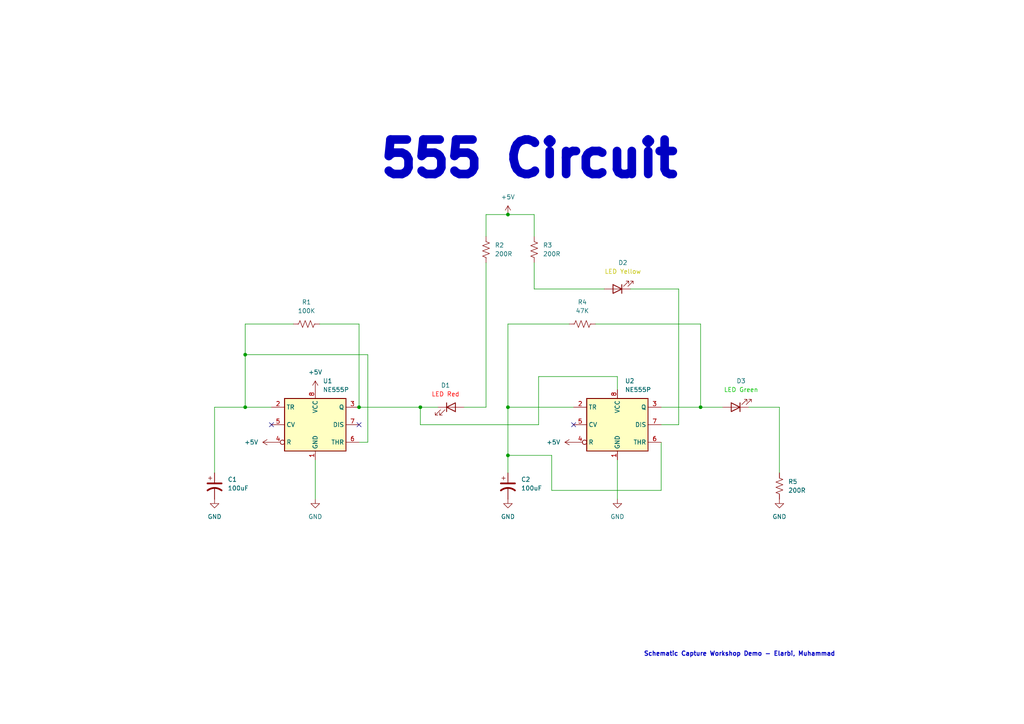
<source format=kicad_sch>
(kicad_sch (version 20230121) (generator eeschema)
  (paper "A4")
  (lib_symbols
    (symbol "Device:C_Polarized_US" (pin_numbers hide) (pin_names (offset 0.254) hide)
      (property "Reference" "C" (at 0.635 2.54 0))
      (property "Value" "C_Polarized_US" (at 0.635 -2.54 0))
      (symbol "C_Polarized_US_0_1"
        (polyline (pts (xy -2.032 0.762) (xy 2.032 0.762)) (stroke (width 0.508)))
        (polyline (pts (xy -1.778 2.286) (xy -0.762 2.286)))
        (polyline (pts (xy -1.27 1.778) (xy -1.27 2.794)))
        (arc (start 2.032 -1.27) (mid 0 -0.5572) (end -2.032 -1.27) (stroke (width 0.508)))
      )
      (symbol "C_Polarized_US_1_1"
        (pin passive line (at 0 3.81 270) (length 2.794) (name "~") (number "1"))
        (pin passive line (at 0 -3.81 90) (length 3.302) (name "~") (number "2"))
      )
    )
    (symbol "Device:LED" (pin_numbers hide) (pin_names (offset 1.016) hide)
      (property "Reference" "D" (at 0 2.54 0))
      (property "Value" "LED" (at 0 -2.54 0))
      (symbol "LED_0_1"
        (polyline (pts (xy -1.27 -1.27) (xy -1.27 1.27)) (stroke (width 0.254)))
        (polyline (pts (xy -1.27 0) (xy 1.27 0)))
        (polyline (pts (xy 1.27 -1.27) (xy 1.27 1.27) (xy -1.27 0) (xy 1.27 -1.27)) (stroke (width 0.254)))
        (polyline (pts (xy -3.048 -0.762) (xy -4.572 -2.286) (xy -3.81 -2.286) (xy -4.572 -2.286) (xy -4.572 -1.524)))
        (polyline (pts (xy -1.778 -0.762) (xy -3.302 -2.286) (xy -2.54 -2.286) (xy -3.302 -2.286) (xy -3.302 -1.524)))
      )
      (symbol "LED_1_1"
        (pin passive line (at -3.81 0 0) (length 2.54) (name "K") (number "1"))
        (pin passive line (at 3.81 0 180) (length 2.54) (name "A") (number "2"))
      )
    )
    (symbol "Device:R_US" (pin_numbers hide) (pin_names (offset 0))
      (property "Reference" "R" (at 2.54 0 90))
      (property "Value" "R_US" (at -2.54 0 90))
      (symbol "R_US_0_1"
        (polyline (pts (xy 0 -2.286) (xy 0 -2.54)))
        (polyline (pts (xy 0 2.286) (xy 0 2.54)))
        (polyline (pts (xy 0 -0.762) (xy 1.016 -1.143) (xy 0 -1.524) (xy -1.016 -1.905) (xy 0 -2.286)))
        (polyline (pts (xy 0 0.762) (xy 1.016 0.381) (xy 0 0) (xy -1.016 -0.381) (xy 0 -0.762)))
        (polyline (pts (xy 0 2.286) (xy 1.016 1.905) (xy 0 1.524) (xy -1.016 1.143) (xy 0 0.762)))
      )
      (symbol "R_US_1_1"
        (pin passive line (at 0 3.81 270) (length 1.27) (name "~") (number "1"))
        (pin passive line (at 0 -3.81 90) (length 1.27) (name "~") (number "2"))
      )
    )
    (symbol "Timer:NE555P"
      (property "Reference" "U" (at -10.16 8.89 0))
      (property "Value" "NE555P" (at 2.54 8.89 0))
      (symbol "NE555P_0_0"
        (pin power_in line (at 0 -10.16 90) (length 2.54) (name "GND") (number "1"))
        (pin power_in line (at 0 10.16 270) (length 2.54) (name "VCC") (number "8"))
      )
      (symbol "NE555P_0_1"
        (rectangle (start -8.89 -7.62) (end 8.89 7.62) (stroke (width 0.254)) (fill (type background)))
        (rectangle (start -8.89 -7.62) (end 8.89 7.62) (stroke (width 0.254)) (fill (type background)))
      )
      (symbol "NE555P_1_1"
        (pin input line (at -12.7 5.08 0) (length 3.81) (name "TR") (number "2"))
        (pin output line (at 12.7 5.08 180) (length 3.81) (name "Q") (number "3"))
        (pin input inverted (at -12.7 -5.08 0) (length 3.81) (name "R") (number "4"))
        (pin input line (at -12.7 0 0) (length 3.81) (name "CV") (number "5"))
        (pin input line (at 12.7 -5.08 180) (length 3.81) (name "THR") (number "6"))
        (pin input line (at 12.7 0 180) (length 3.81) (name "DIS") (number "7"))
      )
    )
    (symbol "power:+5V" (power) (pin_names (offset 0))
      (property "Value" "+5V" (at 0 3.556 0))
      (symbol "+5V_0_1"
        (polyline (pts (xy -0.762 1.27) (xy 0 2.54)))
        (polyline (pts (xy 0 0) (xy 0 2.54)))
        (polyline (pts (xy 0 2.54) (xy 0.762 1.27)))
      )
      (symbol "+5V_1_1"
        (pin power_in line (at 0 0 90) (length 0) hide (name "+5V") (number "1"))
      )
    )
    (symbol "power:GND" (power) (pin_names (offset 0))
      (property "Value" "GND" (at 0 -3.81 0))
      (symbol "GND_0_1"
        (polyline (pts (xy 0 0) (xy 0 -1.27) (xy 1.27 -1.27) (xy 0 -2.54) (xy -1.27 -1.27) (xy 0 -1.27)))
      )
      (symbol "GND_1_1"
        (pin power_in line (at 0 0 270) (length 0) hide (name "GND") (number "1"))
      )
    )
  )
  (junction (at 104.14 118.11))
  (junction (at 71.12 102.87))
  (junction (at 147.32 132.08))
  (junction (at 147.32 62.23))
  (junction (at 147.32 118.11))
  (junction (at 121.92 118.11))
  (junction (at 71.12 118.11))
  (junction (at 203.2 118.11))
  (no_connect (at 166.37 123.19))
  (no_connect (at 104.14 123.19))
  (no_connect (at 78.74 123.19))
  (wire (pts (xy 147.32 93.98) (xy 165.1 93.98)))
  (wire (pts (xy 154.94 83.82) (xy 175.26 83.82)))
  (wire (pts (xy 71.12 118.11) (xy 78.74 118.11)))
  (wire (pts (xy 147.32 62.23) (xy 154.94 62.23)))
  (wire (pts (xy 191.77 128.27) (xy 191.77 142.24)))
  (wire (pts (xy 196.85 123.19) (xy 191.77 123.19)))
  (wire (pts (xy 62.23 118.11) (xy 71.12 118.11)))
  (wire (pts (xy 147.32 118.11) (xy 166.37 118.11)))
  (wire (pts (xy 134.62 118.11) (xy 140.97 118.11)))
  (wire (pts (xy 154.94 62.23) (xy 154.94 68.58)))
  (wire (pts (xy 92.71 93.98) (xy 104.14 93.98)))
  (wire (pts (xy 104.14 118.11) (xy 121.92 118.11)))
  (wire (pts (xy 160.02 142.24) (xy 160.02 132.08)))
  (wire (pts (xy 140.97 62.23) (xy 147.32 62.23)))
  (wire (pts (xy 121.92 123.19) (xy 156.21 123.19)))
  (wire (pts (xy 147.32 118.11) (xy 147.32 132.08)))
  (wire (pts (xy 191.77 142.24) (xy 160.02 142.24)))
  (wire (pts (xy 226.06 118.11) (xy 226.06 137.16)))
  (wire (pts (xy 196.85 83.82) (xy 196.85 123.19)))
  (wire (pts (xy 217.17 118.11) (xy 226.06 118.11)))
  (wire (pts (xy 203.2 93.98) (xy 203.2 118.11)))
  (wire (pts (xy 140.97 118.11) (xy 140.97 76.2)))
  (wire (pts (xy 203.2 118.11) (xy 209.55 118.11)))
  (wire (pts (xy 191.77 118.11) (xy 203.2 118.11)))
  (wire (pts (xy 147.32 118.11) (xy 147.32 93.98)))
  (wire (pts (xy 160.02 132.08) (xy 147.32 132.08)))
  (wire (pts (xy 179.07 109.22) (xy 179.07 113.03)))
  (wire (pts (xy 156.21 109.22) (xy 179.07 109.22)))
  (wire (pts (xy 154.94 76.2) (xy 154.94 83.82)))
  (wire (pts (xy 147.32 137.16) (xy 147.32 132.08)))
  (wire (pts (xy 121.92 118.11) (xy 121.92 123.19)))
  (wire (pts (xy 179.07 144.78) (xy 179.07 133.35)))
  (wire (pts (xy 106.68 128.27) (xy 106.68 102.87)))
  (wire (pts (xy 172.72 93.98) (xy 203.2 93.98)))
  (wire (pts (xy 91.44 144.78) (xy 91.44 133.35)))
  (wire (pts (xy 62.23 137.16) (xy 62.23 118.11)))
  (wire (pts (xy 121.92 118.11) (xy 127 118.11)))
  (wire (pts (xy 104.14 128.27) (xy 106.68 128.27)))
  (wire (pts (xy 104.14 93.98) (xy 104.14 118.11)))
  (wire (pts (xy 71.12 118.11) (xy 71.12 102.87)))
  (wire (pts (xy 140.97 68.58) (xy 140.97 62.23)))
  (wire (pts (xy 156.21 123.19) (xy 156.21 109.22)))
  (wire (pts (xy 71.12 102.87) (xy 106.68 102.87)))
  (wire (pts (xy 71.12 93.98) (xy 71.12 102.87)))
  (wire (pts (xy 71.12 93.98) (xy 85.09 93.98)))
  (wire (pts (xy 182.88 83.82) (xy 196.85 83.82)))
  (text "Schematic Capture Workshop Demo - Elarbi, Muhammad" (at 186.69 190.5 0) (effects (font (size 1.27 1.27) bold) (justify left bottom)))
  (text "555 Circuit" (at 109.22 52.07 0) (effects (font (size 10 10) (thickness 3) bold) (justify left bottom)))
  (symbol (lib_id "power:GND") (at 62.23 144.78 0) (unit 1)
    (property "Reference" "#PWR02" (effects hide))
    (property "Value" "GND" (at 62.23 149.86 0))
  )
  (symbol (lib_id "power:GND") (at 147.32 144.78 0) (unit 1)
    (property "Reference" "#PWR09" (effects hide))
    (property "Value" "GND" (at 147.32 149.86 0))
  )
  (symbol (lib_id "power:GND") (at 226.06 144.78 0) (unit 1)
    (property "Reference" "#PWR07" (effects hide))
    (property "Value" "GND" (at 226.06 149.86 0))
  )
  (symbol (lib_id "Device:R_US") (at 154.94 72.39 0) (unit 1)
    (property "Reference" "R3" (at 157.48 71.12 0) (effects (justify left)))
    (property "Value" "200R" (at 157.48 73.66 0) (effects (justify left)))
  )
  (symbol (lib_id "Device:C_Polarized_US") (at 62.23 140.97 0) (unit 1)
    (property "Reference" "C1" (at 66.04 139.065 0) (effects (justify left)))
    (property "Value" "100uF" (at 66.04 141.605 0) (effects (justify left)))
  )
  (symbol (lib_id "power:GND") (at 91.44 144.78 0) (unit 1)
    (property "Reference" "#PWR01" (effects hide))
    (property "Value" "GND" (at 91.44 149.86 0))
  )
  (symbol (lib_id "power:+5V") (at 91.44 113.03 0) (unit 1)
    (property "Reference" "#PWR03" (effects hide))
    (property "Value" "+5V" (at 91.44 107.95 0))
  )
  (symbol (lib_id "Device:LED") (at 179.07 83.82 180) (unit 1)
    (property "Reference" "D2" (at 180.6575 76.2 0))
    (property "Value" "LED Yellow" (at 180.6575 78.74 0))
  )
  (symbol (lib_id "Device:C_Polarized_US") (at 147.32 140.97 0) (unit 1)
    (property "Reference" "C2" (at 151.13 139.065 0) (effects (justify left)))
    (property "Value" "100uF" (at 151.13 141.605 0) (effects (justify left)))
  )
  (symbol (lib_id "power:GND") (at 179.07 144.78 0) (unit 1)
    (property "Reference" "#PWR05" (effects hide))
    (property "Value" "GND" (at 179.07 149.86 0))
  )
  (symbol (lib_id "Timer:NE555P") (at 91.44 123.19 0) (unit 1)
    (property "Reference" "U1" (at 93.6341 110.49 0) (effects (justify left)))
    (property "Value" "NE555P" (at 93.6341 113.03 0) (effects (justify left)))
    (property "Footprint" "Package_DIP:DIP-8_W7.62mm" (effects hide))
    (property "Datasheet" "http://www.ti.com/lit/ds/symlink/ne555.pdf" (effects hide))
  )
  (symbol (lib_id "Timer:NE555P") (at 179.07 123.19 0) (unit 1)
    (property "Reference" "U2" (at 181.2641 110.49 0) (effects (justify left)))
    (property "Value" "NE555P" (at 181.2641 113.03 0) (effects (justify left)))
    (property "Footprint" "Package_DIP:DIP-8_W7.62mm" (effects hide))
    (property "Datasheet" "http://www.ti.com/lit/ds/symlink/ne555.pdf" (effects hide))
  )
  (symbol (lib_id "Device:LED") (at 130.81 118.11 0) (unit 1)
    (property "Reference" "D1" (at 129.2225 111.76 0))
    (property "Value" "LED Red" (at 129.2225 114.3 0))
  )
  (symbol (lib_id "power:+5V") (at 147.32 62.23 0) (unit 1)
    (property "Reference" "#PWR08" (effects hide))
    (property "Value" "+5V" (at 147.32 57.15 0))
  )
  (symbol (lib_id "Device:R_US") (at 226.06 140.97 0) (unit 1)
    (property "Reference" "R5" (at 228.6 139.7 0) (effects (justify left)))
    (property "Value" "200R" (at 228.6 142.24 0) (effects (justify left)))
  )
  (symbol (lib_id "Device:R_US") (at 140.97 72.39 0) (unit 1)
    (property "Reference" "R2" (at 143.51 71.12 0) (effects (justify left)))
    (property "Value" "200R" (at 143.51 73.66 0) (effects (justify left)))
  )
  (symbol (lib_id "Device:R_US") (at 168.91 93.98 90) (unit 1)
    (property "Reference" "R4" (at 168.91 87.63 90))
    (property "Value" "47K" (at 168.91 90.17 90))
  )
  (symbol (lib_id "power:+5V") (at 166.37 128.27 90) (unit 1)
    (property "Reference" "#PWR06" (effects hide))
    (property "Value" "+5V" (at 162.56 128.27 90) (effects (justify left)))
  )
  (symbol (lib_id "Device:R_US") (at 88.9 93.98 270) (unit 1)
    (property "Reference" "R1" (at 88.9 87.63 90))
    (property "Value" "100K" (at 88.9 90.17 90))
  )
  (symbol (lib_id "power:+5V") (at 78.74 128.27 90) (unit 1)
    (property "Reference" "#PWR04" (effects hide))
    (property "Value" "+5V" (at 74.93 128.27 90) (effects (justify left)))
  )
  (symbol (lib_id "Device:LED") (at 213.36 118.11 180) (unit 1)
    (property "Reference" "D3" (at 214.9475 110.49 0))
    (property "Value" "LED Green" (at 214.9475 113.03 0))
  )
)
</source>
